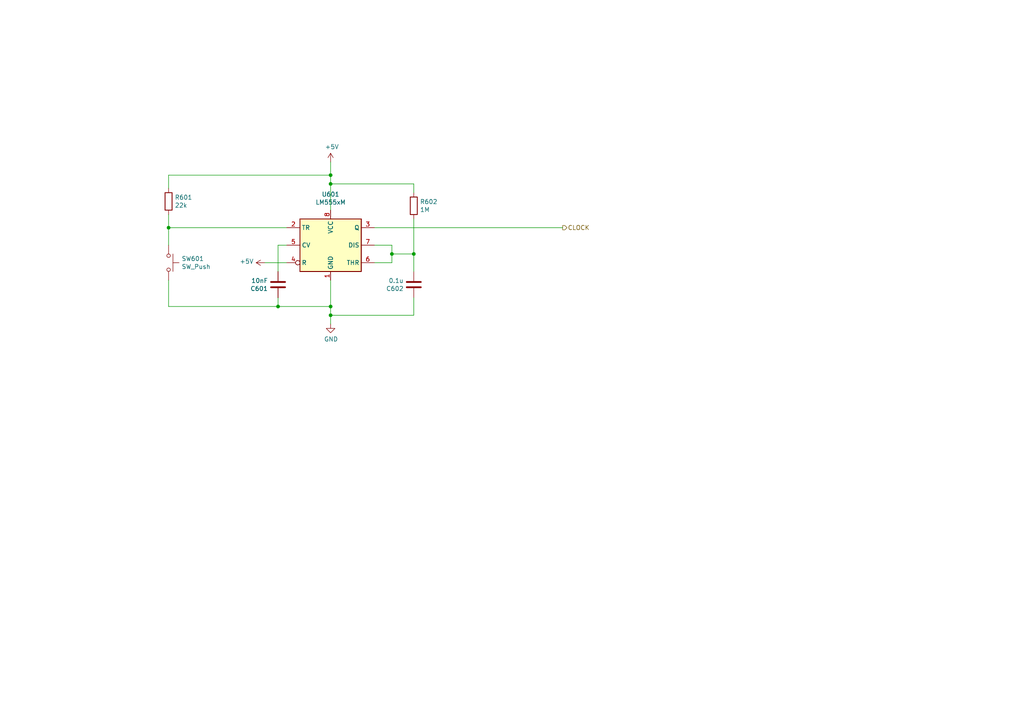
<source format=kicad_sch>
(kicad_sch (version 20211123) (generator eeschema)
  (paper "A4")
  (lib_symbols
    (symbol "Device:C" (pin_numbers hide) (pin_names (offset 0.254))
      (property "Reference" "C" (at 0.635 2.54 0))
      (property "Value" "C" (at 0.635 -2.54 0))
      (symbol "C_0_1"
        (polyline (pts (xy -2.032 -0.762) (xy 2.032 -0.762)) (stroke (width 0.508)))
        (polyline (pts (xy -2.032 0.762) (xy 2.032 0.762)) (stroke (width 0.508)))
      )
      (symbol "C_1_1"
        (pin passive line (at 0 3.81 270) (length 2.794) (name "~") (number "1"))
        (pin passive line (at 0 -3.81 90) (length 2.794) (name "~") (number "2"))
      )
    )
    (symbol "Device:R" (pin_numbers hide) (pin_names (offset 0))
      (property "Reference" "R" (at 2.032 0 90))
      (property "Value" "R" (at 0 0 90))
      (symbol "R_0_1"
        (rectangle (start -1.016 -2.54) (end 1.016 2.54) (stroke (width 0.254)))
      )
      (symbol "R_1_1"
        (pin passive line (at 0 3.81 270) (length 1.27) (name "~") (number "1"))
        (pin passive line (at 0 -3.81 90) (length 1.27) (name "~") (number "2"))
      )
    )
    (symbol "Switch:SW_Push" (pin_numbers hide) (pin_names (offset 1.016) hide)
      (property "Reference" "SW" (at 1.27 2.54 0))
      (property "Value" "SW_Push" (at 0 -1.524 0))
      (symbol "SW_Push_0_1"
        (circle (center -2.032 0) (radius 0.508))
        (polyline (pts (xy 0 1.27) (xy 0 3.048)))
        (polyline (pts (xy 2.54 1.27) (xy -2.54 1.27)))
        (circle (center 2.032 0) (radius 0.508))
        (pin passive line (at -5.08 0 0) (length 2.54) (name "1") (number "1"))
        (pin passive line (at 5.08 0 180) (length 2.54) (name "2") (number "2"))
      )
    )
    (symbol "Timer:LM555xM"
      (property "Reference" "U" (at -10.16 8.89 0))
      (property "Value" "LM555xM" (at 2.54 8.89 0))
      (symbol "LM555xM_0_0"
        (pin power_in line (at 0 -10.16 90) (length 2.54) (name "GND") (number "1"))
        (pin power_in line (at 0 10.16 270) (length 2.54) (name "VCC") (number "8"))
      )
      (symbol "LM555xM_0_1"
        (rectangle (start -8.89 -7.62) (end 8.89 7.62) (stroke (width 0.254)) (fill (type background)))
        (rectangle (start -8.89 -7.62) (end 8.89 7.62) (stroke (width 0.254)) (fill (type background)))
      )
      (symbol "LM555xM_1_1"
        (pin input line (at -12.7 5.08 0) (length 3.81) (name "TR") (number "2"))
        (pin output line (at 12.7 5.08 180) (length 3.81) (name "Q") (number "3"))
        (pin input inverted (at -12.7 -5.08 0) (length 3.81) (name "R") (number "4"))
        (pin input line (at -12.7 0 0) (length 3.81) (name "CV") (number "5"))
        (pin input line (at 12.7 -5.08 180) (length 3.81) (name "THR") (number "6"))
        (pin input line (at 12.7 0 180) (length 3.81) (name "DIS") (number "7"))
      )
    )
    (symbol "power:+5V" (power) (pin_names (offset 0))
      (property "Value" "+5V" (at 0 3.556 0))
      (symbol "+5V_0_1"
        (polyline (pts (xy -0.762 1.27) (xy 0 2.54)))
        (polyline (pts (xy 0 0) (xy 0 2.54)))
        (polyline (pts (xy 0 2.54) (xy 0.762 1.27)))
      )
      (symbol "+5V_1_1"
        (pin power_in line (at 0 0 90) (length 0) hide (name "+5V") (number "1"))
      )
    )
    (symbol "power:GND" (power) (pin_names (offset 0))
      (property "Value" "GND" (at 0 -3.81 0))
      (symbol "GND_0_1"
        (polyline (pts (xy 0 0) (xy 0 -1.27) (xy 1.27 -1.27) (xy 0 -2.54) (xy -1.27 -1.27) (xy 0 -1.27)))
      )
      (symbol "GND_1_1"
        (pin power_in line (at 0 0 270) (length 0) hide (name "GND") (number "1"))
      )
    )
  )
  (junction (at 95.885 50.8))
  (junction (at 48.895 66.04))
  (junction (at 113.665 73.66))
  (junction (at 95.885 53.34))
  (junction (at 95.885 88.9))
  (junction (at 120.015 73.66))
  (junction (at 80.645 88.9))
  (junction (at 95.885 91.44))
  (wire (pts (xy 80.645 88.9) (xy 95.885 88.9)))
  (wire (pts (xy 108.585 66.04) (xy 163.195 66.04)))
  (wire (pts (xy 95.885 50.8) (xy 95.885 53.34)))
  (wire (pts (xy 48.895 62.23) (xy 48.895 66.04)))
  (wire (pts (xy 76.835 76.2) (xy 83.185 76.2)))
  (wire (pts (xy 48.895 71.12) (xy 48.895 66.04)))
  (wire (pts (xy 48.895 88.9) (xy 80.645 88.9)))
  (wire (pts (xy 113.665 73.66) (xy 113.665 76.2)))
  (wire (pts (xy 120.015 73.66) (xy 120.015 78.74)))
  (wire (pts (xy 95.885 81.28) (xy 95.885 88.9)))
  (wire (pts (xy 48.895 81.28) (xy 48.895 88.9)))
  (wire (pts (xy 113.665 71.12) (xy 113.665 73.66)))
  (wire (pts (xy 120.015 91.44) (xy 120.015 86.36)))
  (wire (pts (xy 95.885 91.44) (xy 95.885 93.98)))
  (wire (pts (xy 113.665 73.66) (xy 120.015 73.66)))
  (wire (pts (xy 120.015 63.5) (xy 120.015 73.66)))
  (wire (pts (xy 95.885 46.99) (xy 95.885 50.8)))
  (wire (pts (xy 80.645 78.74) (xy 80.645 71.12)))
  (wire (pts (xy 120.015 53.34) (xy 95.885 53.34)))
  (wire (pts (xy 95.885 53.34) (xy 95.885 60.96)))
  (wire (pts (xy 80.645 86.36) (xy 80.645 88.9)))
  (wire (pts (xy 48.895 66.04) (xy 83.185 66.04)))
  (wire (pts (xy 113.665 76.2) (xy 108.585 76.2)))
  (wire (pts (xy 48.895 54.61) (xy 48.895 50.8)))
  (wire (pts (xy 48.895 50.8) (xy 95.885 50.8)))
  (wire (pts (xy 95.885 88.9) (xy 95.885 91.44)))
  (wire (pts (xy 108.585 71.12) (xy 113.665 71.12)))
  (wire (pts (xy 120.015 55.88) (xy 120.015 53.34)))
  (wire (pts (xy 95.885 91.44) (xy 120.015 91.44)))
  (wire (pts (xy 80.645 71.12) (xy 83.185 71.12)))
  (hierarchical_label "CLOCK" (shape output) (at 163.195 66.04 0))
  (symbol (lib_id "Device:R") (at 48.895 58.42 0) (unit 1)
    (property "Reference" "R601" (at 50.673 57.2516 0) (effects (justify left)))
    (property "Value" "22k" (at 50.673 59.563 0) (effects (justify left)))
    (property "Footprint" "Resistor_THT:R_Axial_DIN0207_L6.3mm_D2.5mm_P7.62mm_Horizontal" (effects hide))
  )
  (symbol (lib_id "Device:C") (at 80.645 82.55 0) (unit 1)
    (property "Reference" "C601" (at 77.724 83.7184 0) (effects (justify right)))
    (property "Value" "10nF" (at 77.724 81.407 0) (effects (justify right)))
    (property "Footprint" "Capacitor_THT:C_Disc_D3.0mm_W2.0mm_P2.50mm" (effects hide))
  )
  (symbol (lib_id "power:+5V") (at 95.885 46.99 0) (unit 1)
    (property "Reference" "#U0102" (effects hide))
    (property "Value" "+5V" (at 96.266 42.5958 0))
  )
  (symbol (lib_id "power:GND") (at 95.885 93.98 0) (unit 1)
    (property "Reference" "#U0101" (effects hide))
    (property "Value" "GND" (at 96.012 98.3742 0))
  )
  (symbol (lib_id "Switch:SW_Push") (at 48.895 76.2 270) (unit 1)
    (property "Reference" "SW601" (at 52.6542 75.0316 90) (effects (justify left)))
    (property "Value" "SW_Push" (at 52.6542 77.343 90) (effects (justify left)))
    (property "Footprint" "Button_Switch_THT:SW_PUSH_6mm_H4.3mm" (effects hide))
  )
  (symbol (lib_id "Device:R") (at 120.015 59.69 0) (unit 1)
    (property "Reference" "R602" (at 121.793 58.5216 0) (effects (justify left)))
    (property "Value" "1M" (at 121.793 60.833 0) (effects (justify left)))
    (property "Footprint" "Resistor_THT:R_Axial_DIN0207_L6.3mm_D2.5mm_P7.62mm_Horizontal" (effects hide))
  )
  (symbol (lib_id "Timer:LM555xM") (at 95.885 71.12 0) (unit 1)
    (property "Reference" "U601" (at 95.885 56.3626 0))
    (property "Value" "LM555xM" (at 95.885 58.674 0))
    (property "Footprint" "Package_DIP:DIP-8_W7.62mm_Socket" (effects hide))
    (property "Datasheet" "http://www.ti.com/lit/ds/symlink/lm555.pdf" (effects hide))
  )
  (symbol (lib_id "power:+5V") (at 76.835 76.2 90) (unit 1)
    (property "Reference" "#PWR0129" (effects hide))
    (property "Value" "+5V" (at 73.5838 75.819 90) (effects (justify left)))
  )
  (symbol (lib_id "Device:C") (at 120.015 82.55 180) (unit 1)
    (property "Reference" "C602" (at 117.094 83.7184 0) (effects (justify left)))
    (property "Value" "0.1u" (at 117.094 81.407 0) (effects (justify left)))
    (property "Footprint" "Capacitor_THT:C_Disc_D4.7mm_W2.5mm_P5.00mm" (effects hide))
  )
)
</source>
